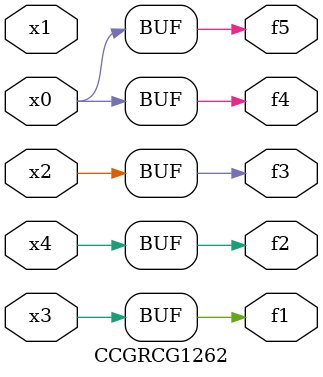
<source format=v>
module CCGRCG1262(
	input x0, x1, x2, x3, x4,
	output f1, f2, f3, f4, f5
);
	assign f1 = x3;
	assign f2 = x4;
	assign f3 = x2;
	assign f4 = x0;
	assign f5 = x0;
endmodule

</source>
